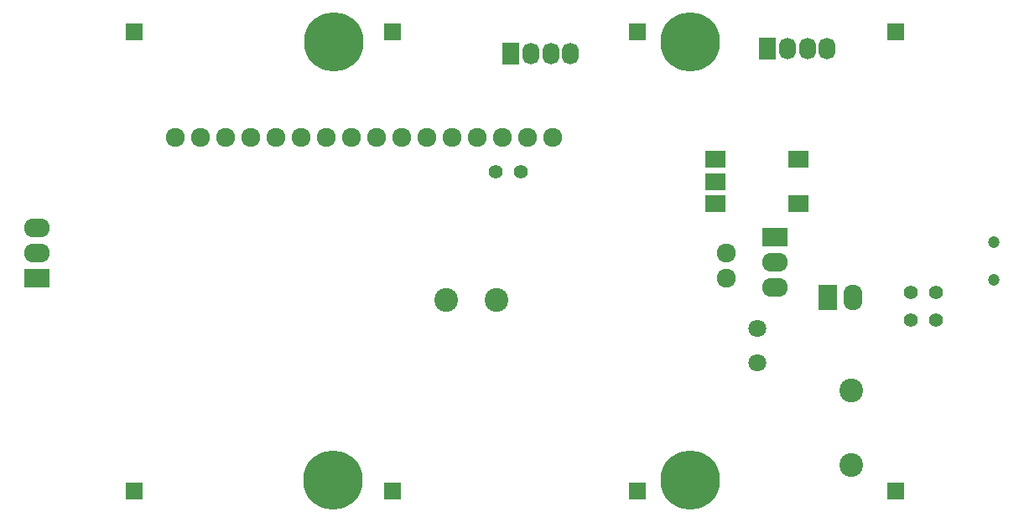
<source format=gbr>
%TF.GenerationSoftware,KiCad,Pcbnew,no-vcs-found-7613~57~ubuntu16.10.1*%
%TF.CreationDate,2017-03-07T09:53:51+01:00*%
%TF.ProjectId,gp8-clock,6770382D636C6F636B2E6B696361645F,rev?*%
%TF.FileFunction,Soldermask,Top*%
%TF.FilePolarity,Negative*%
%FSLAX46Y46*%
G04 Gerber Fmt 4.6, Leading zero omitted, Abs format (unit mm)*
G04 Created by KiCad (PCBNEW no-vcs-found-7613~57~ubuntu16.10.1) date Tue Mar  7 09:53:51 2017*
%MOMM*%
%LPD*%
G01*
G04 APERTURE LIST*
%ADD10C,0.100000*%
%ADD11C,6.000000*%
%ADD12R,1.750000X1.750000*%
%ADD13O,1.700000X2.200000*%
%ADD14R,1.700000X2.200000*%
%ADD15C,1.924000*%
%ADD16R,2.599640X1.924000*%
%ADD17O,2.599640X1.924000*%
%ADD18C,1.197560*%
%ADD19C,1.416000*%
%ADD20C,1.800000*%
%ADD21C,2.400000*%
%ADD22R,2.000000X1.800000*%
%ADD23R,1.924000X2.599640*%
%ADD24O,1.924000X2.599640*%
%ADD25C,2.398980*%
G04 APERTURE END LIST*
D10*
D11*
X169773600Y-124637800D03*
X169773600Y-80365600D03*
X133756400Y-80416400D03*
X133731000Y-124637800D03*
D12*
X190500000Y-125730000D03*
X190500000Y-79375000D03*
X139700000Y-79375000D03*
X164465000Y-79375000D03*
X164465000Y-125730000D03*
X113665000Y-125730000D03*
X139700000Y-125730000D03*
X113665000Y-79375000D03*
D13*
X183594000Y-81026000D03*
X181594000Y-81026000D03*
X179594000Y-81026000D03*
D14*
X177594000Y-81026000D03*
X151686000Y-81534000D03*
D13*
X153686000Y-81534000D03*
X155686000Y-81534000D03*
X157686000Y-81534000D03*
D15*
X155904000Y-90011000D03*
X153364000Y-90011000D03*
X150824000Y-90011000D03*
X148284000Y-90011000D03*
X145744000Y-90011000D03*
X143204000Y-90011000D03*
X140664000Y-90011000D03*
X138124000Y-90011000D03*
X135584000Y-90011000D03*
X133044000Y-90011000D03*
X130504000Y-90011000D03*
X127964000Y-90011000D03*
X125424000Y-90011000D03*
X122884000Y-90011000D03*
X120344000Y-90011000D03*
X117804000Y-90011000D03*
X173414000Y-101711000D03*
X173414000Y-104251000D03*
D16*
X103854000Y-104251000D03*
D17*
X103854000Y-101711000D03*
X103854000Y-99171000D03*
D18*
X200393300Y-104386380D03*
X200390760Y-100589080D03*
D16*
X178308000Y-100076000D03*
D17*
X178308000Y-102616000D03*
X178308000Y-105156000D03*
D19*
X150114000Y-93472000D03*
X152654000Y-93472000D03*
X192024000Y-105664000D03*
X194564000Y-105664000D03*
X192024000Y-108458000D03*
X194564000Y-108458000D03*
D20*
X176530000Y-109376000D03*
X176530000Y-112776000D03*
D21*
X186055000Y-115580160D03*
X186055000Y-123179840D03*
D22*
X180730000Y-92238000D03*
X172330000Y-92238000D03*
X172330000Y-94488000D03*
X172330000Y-96738000D03*
X180730000Y-96738000D03*
D23*
X183642000Y-106172000D03*
D24*
X186182000Y-106172000D03*
D25*
X145161000Y-106426000D03*
X150241000Y-106426000D03*
M02*

</source>
